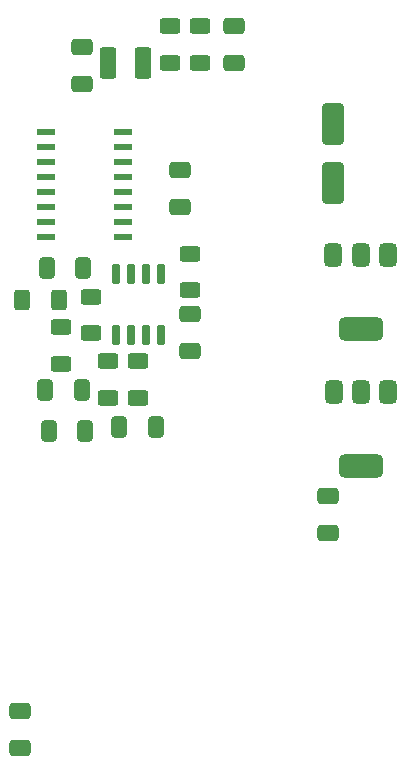
<source format=gbr>
%TF.GenerationSoftware,KiCad,Pcbnew,8.0.3-unknown-202406112021~03dd6c7a8e~ubuntu22.04.1*%
%TF.CreationDate,2024-06-13T18:15:46+05:30*%
%TF.ProjectId,SDR-Board,5344522d-426f-4617-9264-2e6b69636164,rev?*%
%TF.SameCoordinates,Original*%
%TF.FileFunction,Paste,Top*%
%TF.FilePolarity,Positive*%
%FSLAX46Y46*%
G04 Gerber Fmt 4.6, Leading zero omitted, Abs format (unit mm)*
G04 Created by KiCad (PCBNEW 8.0.3-unknown-202406112021~03dd6c7a8e~ubuntu22.04.1) date 2024-06-13 18:15:46*
%MOMM*%
%LPD*%
G01*
G04 APERTURE LIST*
G04 Aperture macros list*
%AMRoundRect*
0 Rectangle with rounded corners*
0 $1 Rounding radius*
0 $2 $3 $4 $5 $6 $7 $8 $9 X,Y pos of 4 corners*
0 Add a 4 corners polygon primitive as box body*
4,1,4,$2,$3,$4,$5,$6,$7,$8,$9,$2,$3,0*
0 Add four circle primitives for the rounded corners*
1,1,$1+$1,$2,$3*
1,1,$1+$1,$4,$5*
1,1,$1+$1,$6,$7*
1,1,$1+$1,$8,$9*
0 Add four rect primitives between the rounded corners*
20,1,$1+$1,$2,$3,$4,$5,0*
20,1,$1+$1,$4,$5,$6,$7,0*
20,1,$1+$1,$6,$7,$8,$9,0*
20,1,$1+$1,$8,$9,$2,$3,0*%
G04 Aperture macros list end*
%ADD10RoundRect,0.250000X-0.650000X0.412500X-0.650000X-0.412500X0.650000X-0.412500X0.650000X0.412500X0*%
%ADD11RoundRect,0.250000X0.650000X-0.412500X0.650000X0.412500X-0.650000X0.412500X-0.650000X-0.412500X0*%
%ADD12RoundRect,0.250000X-0.412500X-0.650000X0.412500X-0.650000X0.412500X0.650000X-0.412500X0.650000X0*%
%ADD13RoundRect,0.250000X-0.625000X0.400000X-0.625000X-0.400000X0.625000X-0.400000X0.625000X0.400000X0*%
%ADD14RoundRect,0.137500X0.662500X0.137500X-0.662500X0.137500X-0.662500X-0.137500X0.662500X-0.137500X0*%
%ADD15RoundRect,0.150000X-0.150000X0.725000X-0.150000X-0.725000X0.150000X-0.725000X0.150000X0.725000X0*%
%ADD16RoundRect,0.250000X0.412500X0.650000X-0.412500X0.650000X-0.412500X-0.650000X0.412500X-0.650000X0*%
%ADD17RoundRect,0.250001X0.462499X1.074999X-0.462499X1.074999X-0.462499X-1.074999X0.462499X-1.074999X0*%
%ADD18RoundRect,0.250000X0.625000X-0.400000X0.625000X0.400000X-0.625000X0.400000X-0.625000X-0.400000X0*%
%ADD19RoundRect,0.375000X-0.375000X0.625000X-0.375000X-0.625000X0.375000X-0.625000X0.375000X0.625000X0*%
%ADD20RoundRect,0.500000X-1.400000X0.500000X-1.400000X-0.500000X1.400000X-0.500000X1.400000X0.500000X0*%
%ADD21RoundRect,0.250000X0.400000X0.625000X-0.400000X0.625000X-0.400000X-0.625000X0.400000X-0.625000X0*%
%ADD22RoundRect,0.250000X0.650000X-1.500000X0.650000X1.500000X-0.650000X1.500000X-0.650000X-1.500000X0*%
G04 APERTURE END LIST*
D10*
%TO.C,C16*%
X117670000Y-69725000D03*
X117670000Y-72850000D03*
%TD*%
D11*
%TO.C,C1*%
X109290000Y-62482500D03*
X109290000Y-59357500D03*
%TD*%
D12*
%TO.C,C3*%
X106330000Y-78020000D03*
X109455000Y-78020000D03*
%TD*%
D13*
%TO.C,R3*%
X116770000Y-57575000D03*
X116770000Y-60675000D03*
%TD*%
D14*
%TO.C,U2*%
X112815000Y-75395000D03*
X112815000Y-74125000D03*
X112815000Y-72855000D03*
X112815000Y-71585000D03*
X112815000Y-70315000D03*
X112815000Y-69045000D03*
X112815000Y-67775000D03*
X112815000Y-66505000D03*
X106315000Y-66505000D03*
X106315000Y-67775000D03*
X106315000Y-69045000D03*
X106315000Y-70315000D03*
X106315000Y-71585000D03*
X106315000Y-72855000D03*
X106315000Y-74125000D03*
X106315000Y-75395000D03*
%TD*%
D10*
%TO.C,C2*%
X122170000Y-57545000D03*
X122170000Y-60670000D03*
%TD*%
D15*
%TO.C,U6*%
X116030000Y-78575000D03*
X114760000Y-78575000D03*
X113490000Y-78575000D03*
X112220000Y-78575000D03*
X112220000Y-83725000D03*
X113490000Y-83725000D03*
X114760000Y-83725000D03*
X116030000Y-83725000D03*
%TD*%
D16*
%TO.C,CC2*%
X109622500Y-91800000D03*
X106497500Y-91800000D03*
%TD*%
D11*
%TO.C,C17*%
X130190000Y-100505000D03*
X130190000Y-97380000D03*
%TD*%
D17*
%TO.C,L1*%
X114487500Y-60700000D03*
X111512500Y-60700000D03*
%TD*%
D18*
%TO.C,R5*%
X118440000Y-79910000D03*
X118440000Y-76810000D03*
%TD*%
D19*
%TO.C,U5*%
X135270000Y-88500000D03*
X132970000Y-88500000D03*
D20*
X132970000Y-94800000D03*
D19*
X130670000Y-88500000D03*
%TD*%
D13*
%TO.C,R6*%
X110070000Y-80470000D03*
X110070000Y-83570000D03*
%TD*%
D19*
%TO.C,U3*%
X135220000Y-76910000D03*
X132920000Y-76910000D03*
D20*
X132920000Y-83210000D03*
D19*
X130620000Y-76910000D03*
%TD*%
D10*
%TO.C,C11*%
X118470000Y-81945000D03*
X118470000Y-85070000D03*
%TD*%
D16*
%TO.C,C12*%
X109322500Y-88400000D03*
X106197500Y-88400000D03*
%TD*%
D18*
%TO.C,R4*%
X107595000Y-86150000D03*
X107595000Y-83050000D03*
%TD*%
D16*
%TO.C,CC1*%
X115625000Y-91500000D03*
X112500000Y-91500000D03*
%TD*%
D21*
%TO.C,R7*%
X107370000Y-80730000D03*
X104270000Y-80730000D03*
%TD*%
D18*
%TO.C,R2*%
X119360000Y-60675000D03*
X119360000Y-57575000D03*
%TD*%
D10*
%TO.C,C14*%
X104110000Y-115527500D03*
X104110000Y-118652500D03*
%TD*%
D22*
%TO.C,D1*%
X130590000Y-70880000D03*
X130590000Y-65880000D03*
%TD*%
D13*
%TO.C,R9*%
X111520000Y-85910000D03*
X111520000Y-89010000D03*
%TD*%
%TO.C,R8*%
X114090000Y-85920000D03*
X114090000Y-89020000D03*
%TD*%
M02*

</source>
